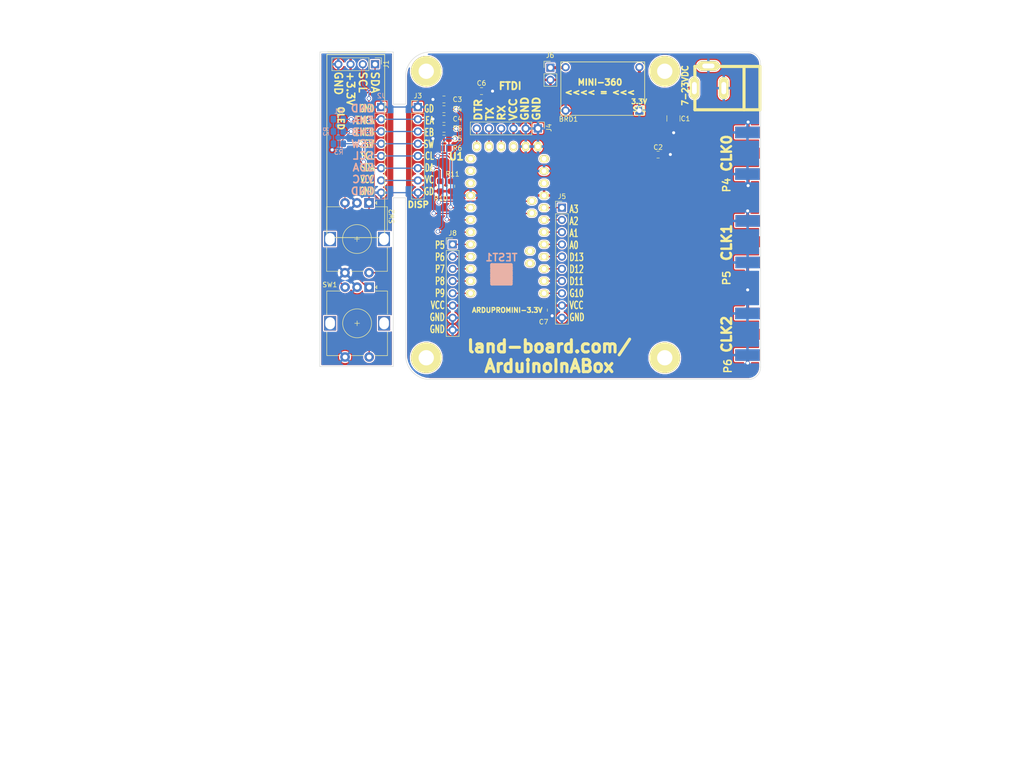
<source format=kicad_pcb>
(kicad_pcb (version 20171130) (host pcbnew "(5.0.2)-1")
  (title_block (title VFO-002) (date 2020-10-18) (rev 1) (company land-boards.com))
  (layers (0 F.Cu signal) (31 B.Cu signal) (36 B.SilkS user) (37 F.SilkS user) (38 B.Mask user) (39 F.Mask user) (44 Edge.Cuts user))
  (net 0 "")
  (net 1 GND)
  (net 2 /STM_TX)
  (net 3 /STM_RX)
  (net 4 +3V3)
  (net 5 /STM_SDA)
  (net 6 /STM_SCL)
  (net 7 "Net-(BRD1-PadIN+)")
  (net 8 /ENCSW)
  (net 9 /ENCB)
  (net 10 /ENCA)
  (net 11 "Net-(BRD1-PadOUT+)")
  (net 12 /STM_DTR)
  (net 13 /A3)
  (net 14 /A2)
  (net 15 /A1)
  (net 16 /D13)
  (net 17 /D12)
  (net 18 /D11)
  (net 19 /D10)
  (net 20 /A0)
  (net 21 /P5)
  (net 22 /P6)
  (net 23 /P7)
  (net 24 /P8)
  (net 25 /P9)
  (net 26 /P2)
  (net 27 /P3)
  (net 28 /P4)
  (module LandBoards_BoardOutlines:MINI-360 (layer F.Cu) (at 163.83 41.656 180)
    (fp_text reference BRD1 (at 15.82 -0.7894) (layer F.SilkS))
    (fp_text value MINI-360)
    (pad OUT+ thru_hole oval (at 16.4 10 180) (size 1.7 1.7) (drill 1) (layers *.Cu *.Mask) (net 11 "Net-(BRD1-PadOUT+)"))
    (pad IN+ thru_hole oval (at 1.1 10 180) (size 1.7 1.7) (drill 1) (layers *.Cu *.Mask) (net 7 "Net-(BRD1-PadIN+)"))
    (pad OUT- thru_hole oval (at 16.4 1 180) (size 1.7 1.7) (drill 1) (layers *.Cu *.Mask) (net 1 GND))
    (pad IN- thru_hole rect (at 1.1 1 180) (size 1.7 1.7) (drill 1) (layers *.Cu *.Mask) (net 1 GND))
  )
  (module Resistor_SMD:R_0805_2012Metric_Pad1.15x1.40mm_HandSolder (layer F.Cu) (at 123.698 56.388 90)
    (fp_text reference R11 (at 2.54 0.254) (layer F.SilkS))
    (fp_text value 10K)
    (pad 2 smd roundrect (at 1.025 0 90) (size 1.15 1.4) (layers F.Cu F.Paste F.Mask) (roundrect_rratio 0.217391) (net 6 /STM_SCL))
    (pad 1 smd roundrect (at -1.025 0 90) (size 1.15 1.4) (layers F.Cu F.Paste F.Mask) (roundrect_rratio 0.217391) (net 4 +3V3))
  )
  (module Connector_PinHeader_2.54mm:PinHeader_1x08_P2.54mm_Vertical (layer F.Cu) (at 116.76 39.93)
    (fp_text reference J3 (at 0 -2.33) (layer F.SilkS))
    (fp_text value Conn_01x08)
    (pad 8 thru_hole oval (at 0 17.78) (size 1.7 1.7) (drill 1) (layers *.Cu *.Mask) (net 1 GND))
    (pad 7 thru_hole oval (at 0 15.24) (size 1.7 1.7) (drill 1) (layers *.Cu *.Mask) (net 4 +3V3))
    (pad 6 thru_hole oval (at 0 12.7) (size 1.7 1.7) (drill 1) (layers *.Cu *.Mask) (net 5 /STM_SDA))
    (pad 5 thru_hole oval (at 0 10.16) (size 1.7 1.7) (drill 1) (layers *.Cu *.Mask) (net 6 /STM_SCL))
    (pad 4 thru_hole oval (at 0 7.62) (size 1.7 1.7) (drill 1) (layers *.Cu *.Mask) (net 8 /ENCSW))
    (pad 3 thru_hole oval (at 0 5.08) (size 1.7 1.7) (drill 1) (layers *.Cu *.Mask) (net 9 /ENCB))
    (pad 2 thru_hole oval (at 0 2.54) (size 1.7 1.7) (drill 1) (layers *.Cu *.Mask) (net 10 /ENCA))
    (pad 1 thru_hole rect (at 0 0) (size 1.7 1.7) (drill 1) (layers *.Cu *.Mask) (net 1 GND))
  )
  (module LandBoards_BoardOutlines:ArduProMini (layer F.Cu) (at 125.1712 44.323)
    (fp_text reference U1 (at -0.4318 5.8928) (layer F.SilkS) (effects (font (size 1.5 1.5) (thickness 0.375))))
    (fp_text value ARDUPROMINI-3.3V (at 10.1346 37.7952) (layer F.SilkS) (effects (font (thickness 0.25))))
    (pad 35 thru_hole oval (at 14.859 28.067) (size 2 1.524) (drill 1) (layers *.Cu *.Mask F.SilkS))
    (pad 34 thru_hole oval (at 14.859 25.527) (size 2 1.524) (drill 1) (layers *.Cu *.Mask F.SilkS))
    (pad 32 thru_hole oval (at 15.24 17.653) (size 2 1.524) (drill 1) (layers *.Cu *.Mask F.SilkS) (net 5 /STM_SDA))
    (pad 31 thru_hole oval (at 15.24 15.113) (size 2 1.524) (drill 1) (layers *.Cu *.Mask F.SilkS) (net 6 /STM_SCL))
    (pad 30 thru_hole oval (at 17.78 34.29) (size 2 1.524) (drill 1) (layers *.Cu *.Mask F.SilkS) (net 19 /D10))
    (pad 29 thru_hole oval (at 17.78 31.75) (size 2 1.524) (drill 1) (layers *.Cu *.Mask F.SilkS) (net 18 /D11))
    (pad 28 thru_hole oval (at 17.78 29.21) (size 2 1.524) (drill 1) (layers *.Cu *.Mask F.SilkS) (net 17 /D12))
    (pad 27 thru_hole oval (at 17.78 26.67) (size 2 1.524) (drill 1) (layers *.Cu *.Mask F.SilkS) (net 16 /D13))
    (pad 26 thru_hole oval (at 17.78 24.13) (size 2 1.524) (drill 1) (layers *.Cu *.Mask F.SilkS) (net 20 /A0))
    (pad 25 thru_hole oval (at 17.78 21.59) (size 2 1.524) (drill 1) (layers *.Cu *.Mask F.SilkS) (net 15 /A1))
    (pad 24 thru_hole oval (at 17.78 19.05) (size 2 1.524) (drill 1) (layers *.Cu *.Mask F.SilkS) (net 14 /A2))
    (pad 23 thru_hole oval (at 17.78 16.51) (size 2 1.524) (drill 1) (layers *.Cu *.Mask F.SilkS) (net 13 /A3))
    (pad 22 thru_hole oval (at 17.78 13.97) (size 2 1.524) (drill 1) (layers *.Cu *.Mask F.SilkS) (net 4 +3V3))
    (pad 21 thru_hole oval (at 17.78 11.43) (size 2 1.524) (drill 1) (layers *.Cu *.Mask F.SilkS))
    (pad 20 thru_hole oval (at 17.78 8.89) (size 2 1.524) (drill 1) (layers *.Cu *.Mask F.SilkS) (net 1 GND))
    (pad 19 thru_hole oval (at 17.78 6.35) (size 2 1.524) (drill 1) (layers *.Cu *.Mask F.SilkS))
    (pad 18 thru_hole oval (at 2.54 34.29) (size 2 1.524) (drill 1) (layers *.Cu *.Mask F.SilkS) (net 25 /P9))
    (pad 17 thru_hole oval (at 2.54 31.75) (size 2 1.524) (drill 1) (layers *.Cu *.Mask F.SilkS) (net 24 /P8))
    (pad 16 thru_hole oval (at 2.54 29.21) (size 2 1.524) (drill 1) (layers *.Cu *.Mask F.SilkS) (net 23 /P7))
    (pad 15 thru_hole oval (at 2.54 26.67) (size 2 1.524) (drill 1) (layers *.Cu *.Mask F.SilkS) (net 22 /P6))
    (pad 14 thru_hole oval (at 2.54 24.13) (size 2 1.524) (drill 1) (layers *.Cu *.Mask F.SilkS) (net 21 /P5))
    (pad 13 thru_hole oval (at 2.54 21.59) (size 2 1.524) (drill 1) (layers *.Cu *.Mask F.SilkS) (net 28 /P4))
    (pad 12 thru_hole oval (at 2.54 19.05) (size 2 1.524) (drill 1) (layers *.Cu *.Mask F.SilkS) (net 27 /P3))
    (pad 11 thru_hole oval (at 2.54 16.51) (size 2 1.524) (drill 1) (layers *.Cu *.Mask F.SilkS) (net 26 /P2))
    (pad 10 thru_hole oval (at 2.54 13.97) (size 2 1.524) (drill 1) (layers *.Cu *.Mask F.SilkS) (net 1 GND))
    (pad 9 thru_hole oval (at 2.54 11.43) (size 2 1.524) (drill 1) (layers *.Cu *.Mask F.SilkS))
    (pad 8 thru_hole oval (at 2.54 8.89) (size 2 1.524) (drill 1) (layers *.Cu *.Mask F.SilkS))
    (pad 7 thru_hole oval (at 2.54 6.35) (size 2 1.524) (drill 1) (layers *.Cu *.Mask F.SilkS))
    (pad 6 thru_hole oval (at 16.51 3.81) (size 1.524 2) (drill 1) (layers *.Cu *.Mask F.SilkS) (net 1 GND))
    (pad 5 thru_hole oval (at 13.97 3.81) (size 1.524 2) (drill 1) (layers *.Cu *.Mask F.SilkS) (net 1 GND))
    (pad 4 thru_hole oval (at 11.43 3.81) (size 1.524 2) (drill 1) (layers *.Cu *.Mask F.SilkS))
    (pad 3 thru_hole oval (at 8.89 3.81) (size 1.524 2) (drill 1) (layers *.Cu *.Mask F.SilkS) (net 3 /STM_RX))
    (pad 2 thru_hole oval (at 6.35 3.81) (size 1.524 2) (drill 1) (layers *.Cu *.Mask F.SilkS) (net 2 /STM_TX))
    (pad 1 thru_hole oval (at 3.81 3.81) (size 1.524 2) (drill 1) (layers *.Cu *.Mask F.SilkS) (net 12 /STM_DTR))
  )
  (module Connector_PinHeader_2.54mm:PinHeader_1x06_P2.54mm_Vertical (layer F.Cu) (at 141.6812 44.3738 270)
    (fp_text reference J4 (at -0.1524 -2.286 90) (layer F.SilkS))
    (fp_text value Conn_01x06)
    (pad 6 thru_hole oval (at 0 12.7 270) (size 1.7 1.7) (drill 1) (layers *.Cu *.Mask) (net 12 /STM_DTR))
    (pad 5 thru_hole oval (at 0 10.16 270) (size 1.7 1.7) (drill 1) (layers *.Cu *.Mask) (net 2 /STM_TX))
    (pad 4 thru_hole oval (at 0 7.62 270) (size 1.7 1.7) (drill 1) (layers *.Cu *.Mask) (net 3 /STM_RX))
    (pad 3 thru_hole oval (at 0 5.08 270) (size 1.7 1.7) (drill 1) (layers *.Cu *.Mask) (net 4 +3V3))
    (pad 2 thru_hole oval (at 0 2.54 270) (size 1.7 1.7) (drill 1) (layers *.Cu *.Mask) (net 1 GND))
    (pad 1 thru_hole rect (at 0 0 270) (size 1.7 1.7) (drill 1) (layers *.Cu *.Mask) (net 1 GND))
  )
  (module LandBoards_BoardOutlines:OLED-091in (layer F.Cu) (at 107.87 31.04 270)
    (fp_text reference J1 (at 0 -2.33 90) (layer F.SilkS))
    (fp_text value OLED_I2C)
    (pad 4 thru_hole oval (at 0 7.62 270) (size 1.7 1.7) (drill 1) (layers *.Cu *.Mask) (net 1 GND))
    (pad 3 thru_hole oval (at 0 5.08 270) (size 1.7 1.7) (drill 1) (layers *.Cu *.Mask) (net 4 +3V3))
    (pad 2 thru_hole oval (at 0 2.54 270) (size 1.7 1.7) (drill 1) (layers *.Cu *.Mask) (net 6 /STM_SCL))
    (pad 1 thru_hole rect (at 0 0 270) (size 1.7 1.7) (drill 1) (layers *.Cu *.Mask) (net 5 /STM_SDA))
  )
  (module Rotary_Encoder:RotaryEncoder_Alps_EC12E-Switch_Vertical_H20mm (layer F.Cu) (at 106.6254 59.8436 270)
    (fp_text reference SW2 (at 2.8 -4.7 90) (layer F.SilkS))
    (fp_text value Rotary_Encoder_Switch)
    (pad S2 thru_hole circle (at 14.5 5 270) (size 2 2) (drill 1) (layers *.Cu *.Mask) (net 1 GND))
    (pad S1 thru_hole circle (at 14.5 0 270) (size 2 2) (drill 1) (layers *.Cu *.Mask) (net 8 /ENCSW))
    (pad MP thru_hole rect (at 7.5 8.1 270) (size 3 2.5) (drill oval 2.5 2) (layers *.Cu *.Mask))
    (pad MP thru_hole rect (at 7.5 -3.1 270) (size 3 2.5) (drill oval 2.5 2) (layers *.Cu *.Mask))
    (pad B thru_hole circle (at 0 5 270) (size 2 2) (drill 1) (layers *.Cu *.Mask) (net 9 /ENCB))
    (pad C thru_hole circle (at 0 2.5 270) (size 2 2) (drill 1) (layers *.Cu *.Mask) (net 1 GND))
    (pad A thru_hole rect (at 0 0 270) (size 2 2) (drill 1) (layers *.Cu *.Mask) (net 10 /ENCA))
  )
  (module Connector_PinHeader_2.54mm:PinHeader_1x08_P2.54mm_Vertical (layer B.Cu) (at 109.14 39.93 180)
    (fp_text reference J2 (at 0 2.33) (layer B.SilkS) (effects (justify mirror)))
    (fp_text value Conn_01x08)
    (pad 8 thru_hole oval (at 0 -17.78 180) (size 1.7 1.7) (drill 1) (layers *.Cu *.Mask) (net 1 GND))
    (pad 7 thru_hole oval (at 0 -15.24 180) (size 1.7 1.7) (drill 1) (layers *.Cu *.Mask) (net 4 +3V3))
    (pad 6 thru_hole oval (at 0 -12.7 180) (size 1.7 1.7) (drill 1) (layers *.Cu *.Mask) (net 5 /STM_SDA))
    (pad 5 thru_hole oval (at 0 -10.16 180) (size 1.7 1.7) (drill 1) (layers *.Cu *.Mask) (net 6 /STM_SCL))
    (pad 4 thru_hole oval (at 0 -7.62 180) (size 1.7 1.7) (drill 1) (layers *.Cu *.Mask) (net 8 /ENCSW))
    (pad 3 thru_hole oval (at 0 -5.08 180) (size 1.7 1.7) (drill 1) (layers *.Cu *.Mask) (net 9 /ENCB))
    (pad 2 thru_hole oval (at 0 -2.54 180) (size 1.7 1.7) (drill 1) (layers *.Cu *.Mask) (net 10 /ENCA))
    (pad 1 thru_hole rect (at 0 0 180) (size 1.7 1.7) (drill 1) (layers *.Cu *.Mask) (net 1 GND))
  )
  (module LandBoards_Conns:DCJ-NEW-Slotted (layer F.Cu) (at 180.25 36 180)
    (fp_text reference J99 hide)
    (fp_text value DCJ0202 hide)
    (pad 3 thru_hole oval (at 3.2 4.6 180) (size 4.6 2) (drill oval 2.54 1) (layers *.Cu *.Mask F.SilkS) (net 1 GND))
    (pad 1 thru_hole oval (at 6.1 0 180) (size 2 4.6) (drill oval 1 2.54) (layers *.Cu *.Mask F.SilkS) (net 7 "Net-(BRD1-PadIN+)"))
    (pad 2 thru_hole oval (at 0 0 180) (size 2 4.6) (drill oval 1 2.54) (layers *.Cu *.Mask F.SilkS) (net 1 GND))
  )
  (module Resistor_SMD:R_0805_2012Metric_Pad1.15x1.40mm_HandSolder (layer B.Cu) (at 100.25 45.01)
    (fp_text reference R2 (at -2.54 0 90) (layer B.SilkS) (effects (justify mirror)))
    (fp_text value 10K)
    (pad 2 smd roundrect (at 1.025 0) (size 1.15 1.4) (layers B.Cu B.Paste B.Mask) (roundrect_rratio 0.217391) (net 9 /ENCB))
    (pad 1 smd roundrect (at -1.025 0) (size 1.15 1.4) (layers B.Cu B.Paste B.Mask) (roundrect_rratio 0.217391) (net 4 +3V3))
  )
  (module Resistor_SMD:R_0805_2012Metric_Pad1.15x1.40mm_HandSolder (layer B.Cu) (at 100.25 42.47)
    (fp_text reference R1 (at 0.09 -1.67) (layer B.SilkS) (effects (justify mirror)))
    (fp_text value 10K)
    (pad 2 smd roundrect (at 1.025 0) (size 1.15 1.4) (layers B.Cu B.Paste B.Mask) (roundrect_rratio 0.217391) (net 10 /ENCA))
    (pad 1 smd roundrect (at -1.025 0) (size 1.15 1.4) (layers B.Cu B.Paste B.Mask) (roundrect_rratio 0.217391) (net 4 +3V3))
  )
  (module Resistor_SMD:R_0805_2012Metric_Pad1.15x1.40mm_HandSolder (layer B.Cu) (at 100.25 47.55)
    (fp_text reference R3 (at 0.09 1.75) (layer B.SilkS) (effects (justify mirror)))
    (fp_text value 10K)
    (pad 2 smd roundrect (at 1.025 0) (size 1.15 1.4) (layers B.Cu B.Paste B.Mask) (roundrect_rratio 0.217391) (net 8 /ENCSW))
    (pad 1 smd roundrect (at -1.025 0) (size 1.15 1.4) (layers B.Cu B.Paste B.Mask) (roundrect_rratio 0.217391) (net 4 +3V3))
  )
  (module Resistor_SMD:R_0805_2012Metric_Pad1.15x1.40mm_HandSolder (layer F.Cu) (at 121.412 56.388 90)
    (fp_text reference R10 (at -2.54 0.08 180) (layer F.SilkS))
    (fp_text value 10K)
    (pad 2 smd roundrect (at 1.025 0 90) (size 1.15 1.4) (layers F.Cu F.Paste F.Mask) (roundrect_rratio 0.217391) (net 5 /STM_SDA))
    (pad 1 smd roundrect (at -1.025 0 90) (size 1.15 1.4) (layers F.Cu F.Paste F.Mask) (roundrect_rratio 0.217391) (net 4 +3V3))
  )
  (module Rotary_Encoder:RotaryEncoder_Alps_EC12E-Switch_Vertical_H20mm (layer F.Cu) (at 106.6508 77.3442 270)
    (fp_text reference SW1 (at -0.514 8.168 180) (layer F.SilkS))
    (fp_text value Rotary_Encoder_Switch)
    (pad A thru_hole rect (at 0 0 270) (size 2 2) (drill 1) (layers *.Cu *.Mask) (net 10 /ENCA))
    (pad C thru_hole circle (at 0 2.5 270) (size 2 2) (drill 1) (layers *.Cu *.Mask) (net 1 GND))
    (pad B thru_hole circle (at 0 5 270) (size 2 2) (drill 1) (layers *.Cu *.Mask) (net 9 /ENCB))
    (pad MP thru_hole rect (at 7.5 -3.1 270) (size 3 2.5) (drill oval 2.5 2) (layers *.Cu *.Mask))
    (pad MP thru_hole rect (at 7.5 8.1 270) (size 3 2.5) (drill oval 2.5 2) (layers *.Cu *.Mask))
    (pad S1 thru_hole circle (at 14.5 0 270) (size 2 2) (drill 1) (layers *.Cu *.Mask) (net 8 /ENCSW))
    (pad S2 thru_hole circle (at 14.5 5 270) (size 2 2) (drill 1) (layers *.Cu *.Mask) (net 1 GND))
  )
  (module LandBoards_Marking:TEST_BLK-REAR (layer F.Cu) (at 134.112 74.676)
    (fp_text reference TEST1 (at 0 -3.5) (layer B.SilkS) (effects (font (size 1.524 1.524) (thickness 0.3048)) (justify mirror)))
    (fp_text value COUPON hide)
  )
  (module LandBoards_MountHoles:MTG-4-40 (layer F.Cu) (at 168 32.5)
    (fp_text reference MTG1 hide)
    (fp_text value MTG_HOLE hide)
    (pad 1 thru_hole circle (at 0 0) (size 6.35 6.35) (drill 3.175) (layers *.Cu *.Mask F.SilkS))
  )
  (module LandBoards_MountHoles:MTG-4-40 (layer F.Cu) (at 118.5 92)
    (fp_text reference MTG2 hide)
    (fp_text value MTG_HOLE hide)
    (pad 1 thru_hole circle (at 0 0) (size 6.35 6.35) (drill 3.175) (layers *.Cu *.Mask F.SilkS))
  )
  (module LandBoards_MountHoles:MTG-4-40 (layer F.Cu) (at 168 92)
    (fp_text reference MTG3 hide)
    (fp_text value MTG_HOLE hide)
    (pad 1 thru_hole circle (at 0 0) (size 6.35 6.35) (drill 3.175) (layers *.Cu *.Mask F.SilkS))
  )
  (module LandBoards_MountHoles:MTG-4-40 (layer F.Cu) (at 118.5 32.5)
    (fp_text reference MTG4 hide)
    (fp_text value MTG_HOLE hide)
    (pad 1 thru_hole circle (at 0 0) (size 6.35 6.35) (drill 3.175) (layers *.Cu *.Mask F.SilkS))
  )
  (module Capacitor_SMD:C_0805_2012Metric_Pad1.15x1.40mm_HandSolder (layer F.Cu) (at 166.6202 49.8152)
    (fp_text reference C2 (at 0 -1.524) (layer F.SilkS))
    (fp_text value 0.1uF)
    (pad 2 smd roundrect (at 1.025 0) (size 1.15 1.4) (layers F.Cu F.Paste F.Mask) (roundrect_rratio 0.217391) (net 1 GND))
    (pad 1 smd roundrect (at -1.025 0) (size 1.15 1.4) (layers F.Cu F.Paste F.Mask) (roundrect_rratio 0.217391) (net 4 +3V3))
  )
  (module Capacitor_SMD:C_0805_2012Metric_Pad1.15x1.40mm_HandSolder (layer F.Cu) (at 142.928158 82.104804 270)
    (fp_text reference C7 (at 2.448 0.074) (layer F.SilkS))
    (fp_text value 0.1uF)
    (pad 2 smd roundrect (at 1.025 0 270) (size 1.15 1.4) (layers F.Cu F.Paste F.Mask) (roundrect_rratio 0.217391) (net 1 GND))
    (pad 1 smd roundrect (at -1.025 0 270) (size 1.15 1.4) (layers F.Cu F.Paste F.Mask) (roundrect_rratio 0.217391) (net 4 +3V3))
  )
  (module Capacitor_SMD:C_0805_2012Metric_Pad1.15x1.40mm_HandSolder (layer F.Cu) (at 129.968 36.628)
    (fp_text reference C6 (at 0 -1.65) (layer F.SilkS))
    (fp_text value 0.1uF)
    (pad 2 smd roundrect (at 1.025 0) (size 1.15 1.4) (layers F.Cu F.Paste F.Mask) (roundrect_rratio 0.217391) (net 1 GND))
    (pad 1 smd roundrect (at -1.025 0) (size 1.15 1.4) (layers F.Cu F.Paste F.Mask) (roundrect_rratio 0.217391) (net 4 +3V3))
  )
  (module Capacitor_SMD:C_1210_3225Metric_Pad1.42x2.65mm_HandSolder (layer F.Cu) (at 169.8 42.3 270)
    (fp_text reference C1 (at 0.05 -2.5 180) (layer F.SilkS))
    (fp_text value 10uF)
    (pad 2 smd roundrect (at 1.4875 0 270) (size 1.425 2.65) (layers F.Cu F.Paste F.Mask) (roundrect_rratio 0.175439) (net 1 GND))
    (pad 1 smd roundrect (at -1.4875 0 270) (size 1.425 2.65) (layers F.Cu F.Paste F.Mask) (roundrect_rratio 0.175439) (net 4 +3V3))
  )
  (module Connector_PinHeader_2.54mm:PinHeader_1x02_P2.54mm_Vertical (layer F.Cu) (at 144.272 31.75)
    (fp_text reference J6 (at -0.0724 -2.5412) (layer F.SilkS))
    (fp_text value Conn_01x02)
    (pad 2 thru_hole oval (at 0 2.54) (size 1.7 1.7) (drill 1) (layers *.Cu *.Mask) (net 4 +3V3))
    (pad 1 thru_hole rect (at 0 0) (size 1.7 1.7) (drill 1) (layers *.Cu *.Mask) (net 11 "Net-(BRD1-PadOUT+)"))
  )
  (module Capacitor_SMD:C_0805_2012Metric_Pad1.15x1.40mm_HandSolder (layer F.Cu) (at 122.174 38.354 180)
    (fp_text reference C3 (at -2.794 0) (layer F.SilkS))
    (fp_text value 0.1uF)
    (pad 2 smd roundrect (at 1.025 0 180) (size 1.15 1.4) (layers F.Cu F.Paste F.Mask) (roundrect_rratio 0.217391) (net 1 GND))
    (pad 1 smd roundrect (at -1.025 0 180) (size 1.15 1.4) (layers F.Cu F.Paste F.Mask) (roundrect_rratio 0.217391) (net 26 /P2))
  )
  (module Capacitor_SMD:C_0805_2012Metric_Pad1.15x1.40mm_HandSolder (layer F.Cu) (at 122.174 42.418 180)
    (fp_text reference C4 (at -2.794 0) (layer F.SilkS))
    (fp_text value 0.1uF)
    (pad 1 smd roundrect (at -1.025 0 180) (size 1.15 1.4) (layers F.Cu F.Paste F.Mask) (roundrect_rratio 0.217391) (net 27 /P3))
    (pad 2 smd roundrect (at 1.025 0 180) (size 1.15 1.4) (layers F.Cu F.Paste F.Mask) (roundrect_rratio 0.217391) (net 1 GND))
  )
  (module Capacitor_SMD:C_0805_2012Metric_Pad1.15x1.40mm_HandSolder (layer F.Cu) (at 122.174 46.482 180)
    (fp_text reference C5 (at -2.794 0 180) (layer F.SilkS))
    (fp_text value 0.1uF)
    (pad 1 smd roundrect (at -1.025 0 180) (size 1.15 1.4) (layers F.Cu F.Paste F.Mask) (roundrect_rratio 0.217391) (net 28 /P4))
    (pad 2 smd roundrect (at 1.025 0 180) (size 1.15 1.4) (layers F.Cu F.Paste F.Mask) (roundrect_rratio 0.217391) (net 1 GND))
  )
  (module Resistor_SMD:R_0805_2012Metric_Pad1.15x1.40mm_HandSolder (layer F.Cu) (at 122.174 40.386 180)
    (fp_text reference R4 (at -2.794 0) (layer F.SilkS))
    (fp_text value 1K)
    (pad 2 smd roundrect (at 1.025 0 180) (size 1.15 1.4) (layers F.Cu F.Paste F.Mask) (roundrect_rratio 0.217391) (net 10 /ENCA))
    (pad 1 smd roundrect (at -1.025 0 180) (size 1.15 1.4) (layers F.Cu F.Paste F.Mask) (roundrect_rratio 0.217391) (net 26 /P2))
  )
  (module Resistor_SMD:R_0805_2012Metric_Pad1.15x1.40mm_HandSolder (layer F.Cu) (at 122.174 44.45 180)
    (fp_text reference R5 (at -2.794 0.052) (layer F.SilkS))
    (fp_text value 1K)
    (pad 1 smd roundrect (at -1.025 0 180) (size 1.15 1.4) (layers F.Cu F.Paste F.Mask) (roundrect_rratio 0.217391) (net 27 /P3))
    (pad 2 smd roundrect (at 1.025 0 180) (size 1.15 1.4) (layers F.Cu F.Paste F.Mask) (roundrect_rratio 0.217391) (net 9 /ENCB))
  )
  (module Resistor_SMD:R_0805_2012Metric_Pad1.15x1.40mm_HandSolder (layer F.Cu) (at 122.174 48.514 180)
    (fp_text reference R6 (at -2.794 0.052) (layer F.SilkS))
    (fp_text value 1K)
    (pad 1 smd roundrect (at -1.025 0 180) (size 1.15 1.4) (layers F.Cu F.Paste F.Mask) (roundrect_rratio 0.217391) (net 28 /P4))
    (pad 2 smd roundrect (at 1.025 0 180) (size 1.15 1.4) (layers F.Cu F.Paste F.Mask) (roundrect_rratio 0.217391) (net 8 /ENCSW))
  )
  (module Connector_PinHeader_2.54mm:PinHeader_1x10_P2.54mm_Vertical (layer F.Cu) (at 146.6596 60.833)
    (fp_text reference J5 (at 0 -2.33) (layer F.SilkS))
    (fp_text value Conn_01x10)
    (pad 1 thru_hole rect (at 0 0) (size 1.7 1.7) (drill 1) (layers *.Cu *.Mask) (net 13 /A3))
    (pad 2 thru_hole oval (at 0 2.54) (size 1.7 1.7) (drill 1) (layers *.Cu *.Mask) (net 14 /A2))
    (pad 3 thru_hole oval (at 0 5.08) (size 1.7 1.7) (drill 1) (layers *.Cu *.Mask) (net 15 /A1))
    (pad 4 thru_hole oval (at 0 7.62) (size 1.7 1.7) (drill 1) (layers *.Cu *.Mask) (net 20 /A0))
    (pad 5 thru_hole oval (at 0 10.16) (size 1.7 1.7) (drill 1) (layers *.Cu *.Mask) (net 16 /D13))
    (pad 6 thru_hole oval (at 0 12.7) (size 1.7 1.7) (drill 1) (layers *.Cu *.Mask) (net 17 /D12))
    (pad 7 thru_hole oval (at 0 15.24) (size 1.7 1.7) (drill 1) (layers *.Cu *.Mask) (net 18 /D11))
    (pad 8 thru_hole oval (at 0 17.78) (size 1.7 1.7) (drill 1) (layers *.Cu *.Mask) (net 19 /D10))
    (pad 9 thru_hole oval (at 0 20.32) (size 1.7 1.7) (drill 1) (layers *.Cu *.Mask) (net 4 +3V3))
    (pad 10 thru_hole oval (at 0 22.86) (size 1.7 1.7) (drill 1) (layers *.Cu *.Mask) (net 1 GND))
  )
  (module Connector_PinHeader_2.54mm:PinHeader_1x08_P2.54mm_Vertical (layer F.Cu) (at 123.9774 68.453)
    (fp_text reference J8 (at 0 -2.33) (layer F.SilkS))
    (fp_text value Conn_01x08)
    (pad 1 thru_hole rect (at 0 0) (size 1.7 1.7) (drill 1) (layers *.Cu *.Mask) (net 21 /P5))
    (pad 2 thru_hole oval (at 0 2.54) (size 1.7 1.7) (drill 1) (layers *.Cu *.Mask) (net 22 /P6))
    (pad 3 thru_hole oval (at 0 5.08) (size 1.7 1.7) (drill 1) (layers *.Cu *.Mask) (net 23 /P7))
    (pad 4 thru_hole oval (at 0 7.62) (size 1.7 1.7) (drill 1) (layers *.Cu *.Mask) (net 24 /P8))
    (pad 5 thru_hole oval (at 0 10.16) (size 1.7 1.7) (drill 1) (layers *.Cu *.Mask) (net 25 /P9))
    (pad 6 thru_hole oval (at 0 12.7) (size 1.7 1.7) (drill 1) (layers *.Cu *.Mask) (net 4 +3V3))
    (pad 7 thru_hole oval (at 0 15.24) (size 1.7 1.7) (drill 1) (layers *.Cu *.Mask) (net 1 GND))
    (pad 8 thru_hole oval (at 0 17.78) (size 1.7 1.7) (drill 1) (layers *.Cu *.Mask) (net 1 GND))
  )
  (module LandBoards_Conns:SMA_EDGE (layer F.Cu) (at 185.166 49.53)
    (fp_text reference P4 (at -4.318 6.604 90) (layer F.SilkS) (effects (font (size 1.524 1.524) (thickness 0.3048))))
    (fp_text value BNC hide)
    (pad 1 smd rect (at 0 0) (size 5.08 2.286) (layers F.Cu F.Paste F.Mask))
    (pad 2 smd rect (at 0 -4.318) (size 5.08 2.413) (layers F.Cu F.Paste F.Mask) (net 1 GND))
    (pad 2 smd rect (at 0 4.318) (size 5.08 2.413) (layers F.Cu F.Paste F.Mask) (net 1 GND))
    (pad 2 smd rect (at 0 -4.318) (size 5.08 2.413) (layers B.Cu B.Paste B.Mask) (net 1 GND))
    (pad 2 smd rect (at 0 4.318) (size 5.08 2.413) (layers B.Cu B.Paste B.Mask) (net 1 GND))
  )
  (module LandBoards_Conns:SMA_EDGE (layer F.Cu) (at 185.2 67.9)
    (fp_text reference P5 (at -4.352 7.538 90) (layer F.SilkS) (effects (font (size 1.524 1.524) (thickness 0.3048))))
    (fp_text value BNC hide)
    (pad 2 smd rect (at 0 4.318) (size 5.08 2.413) (layers B.Cu B.Paste B.Mask) (net 1 GND))
    (pad 2 smd rect (at 0 -4.318) (size 5.08 2.413) (layers B.Cu B.Paste B.Mask) (net 1 GND))
    (pad 2 smd rect (at 0 4.318) (size 5.08 2.413) (layers F.Cu F.Paste F.Mask) (net 1 GND))
    (pad 2 smd rect (at 0 -4.318) (size 5.08 2.413) (layers F.Cu F.Paste F.Mask) (net 1 GND))
    (pad 1 smd rect (at 0 0) (size 5.08 2.286) (layers F.Cu F.Paste F.Mask))
  )
  (module LandBoards_Conns:SMA_EDGE (layer F.Cu) (at 185.166 87.122)
    (fp_text reference P6 (at -4.064 6.604 90) (layer F.SilkS) (effects (font (size 1.524 1.524) (thickness 0.3048))))
    (fp_text value BNC hide)
    (pad 1 smd rect (at 0 0) (size 5.08 2.286) (layers F.Cu F.Paste F.Mask))
    (pad 2 smd rect (at 0 -4.318) (size 5.08 2.413) (layers F.Cu F.Paste F.Mask) (net 1 GND))
    (pad 2 smd rect (at 0 4.318) (size 5.08 2.413) (layers F.Cu F.Paste F.Mask) (net 1 GND))
    (pad 2 smd rect (at 0 -4.318) (size 5.08 2.413) (layers B.Cu B.Paste B.Mask) (net 1 GND))
    (pad 2 smd rect (at 0 4.318) (size 5.08 2.413) (layers B.Cu B.Paste B.Mask) (net 1 GND))
  )
  (gr_text "DTR\nTX\nRX\nVCC\nGND\nGND" (at 135.3312 42.9514 90) (layer F.SilkS) (effects (font (size 1.5 1.6) (thickness 0.375)) (justify left)))
  (gr_text "P5\nP6\nP7\nP8\nP9\nVCC\nGND\nGND" (at 122.4788 77.343) (layer F.SilkS) (effects (font (size 1.55 1) (thickness 0.25)) (justify right)))
  (gr_text "A3\nA2\nA1\nA0\nD13\nD12\nD11\nG10\nVCC\nGND" (at 148.082 72.3646) (layer F.SilkS) (effects (font (size 1.55 1) (thickness 0.25)) (justify left)))
  (gr_text DISP (at 116.84 60.198) (layer F.SilkS) (effects (font (size 1.27 1.27) (thickness 0.3175))))
  (gr_text "GD\nEA\nEB\nSW\nCL\nDA\nVC\nGD" (at 120.2398 48.8708) (layer F.SilkS) (effects (font (size 1.524 1) (thickness 0.25)) (justify right)))
  (gr_text "3.3V\nSEL" (at 162.687 39.5986) (layer F.SilkS) (effects (font (size 1 1) (thickness 0.25))))
  (gr_text OLED (at 100.758 42.2668 270) (layer F.SilkS) (effects (font (size 1.27 1.27) (thickness 0.3175))))
  (gr_text "GND\nENA\nENB\nESW\nSCL\nSDA\nVCC\nGND" (at 107.87 48.82) (layer B.SilkS) (effects (font (size 1.524 1.5748) (thickness 0.3175)) (justify left mirror)))
  (gr_text 7-23VDC (at 172.2374 35.4584 90) (layer F.SilkS) (effects (font (size 1.27 1.2) (thickness 0.3))))
  (gr_text CLK2 (at 180.848 87.122 90) (layer F.SilkS) (effects (font (size 2 2) (thickness 0.5))))
  (gr_text CLK1 (at 180.848 68.072 90) (layer F.SilkS) (effects (font (size 2 2) (thickness 0.5))))
  (gr_text CLK0 (at 180.848 49.53 90) (layer F.SilkS) (effects (font (size 2 2) (thickness 0.5))))
  (gr_line (start 98.04 28.5) (end 110.04 28.5) (layer F.SilkS) (width 0.15))
  (gr_text "GND\nENCA\nENCB\nESW\nSCL\nSDA\nVCC\nGND" (at 107.87 48.82) (layer F.SilkS) (effects (font (size 1.524 1) (thickness 0.25)) (justify right)))
  (gr_line (start 114.22 91.42) (end 114.195 58.7768) (layer Edge.Cuts) (width 0.1))
  (gr_text "SDA\nSCL\n+3.3V\nGND" (at 104.06 32.4 270) (layer F.SilkS) (effects (font (size 1.5748 1.5748) (thickness 0.3175)) (justify left)))
  (gr_text "MINI-360\n<<<< = <<<" (at 154.55 35.814) (layer F.SilkS) (effects (font (size 1.27 1.27) (thickness 0.3175))))
  (gr_text FTDI (at 135.9154 35.56) (layer F.SilkS) (effects (font (size 1.5 1.5) (thickness 0.375))))
  (gr_text "land-board.com/\nArduinoInABox" (at 144.018 91.694) (layer F.SilkS) (effects (font (size 2.54 2.54) (thickness 0.635))))
  (gr_line (start 187.88 93.96) (end 187.88 31.04) (layer Edge.Cuts) (width 0.1))
  (gr_line (start 185.34 28.5) (end 119.3 28.5) (layer Edge.Cuts) (width 0.1))
  (gr_line (start 114.22 33.58) (end 114.22 39.3204) (layer Edge.Cuts) (width 0.1))
  (gr_line (start 119.3 96.5) (end 185.34 96.5) (layer Edge.Cuts) (width 0.1))
  (gr_arc (start 185.34 93.96) (end 185.34 96.5) (angle -90) (layer Edge.Cuts) (width 0.1))
  (gr_arc (start 185.34 31.04) (end 187.88 31.04) (angle -90) (layer Edge.Cuts) (width 0.1))
  (gr_arc (start 119.3 33.58) (end 119.3 28.5) (angle -90) (layer Edge.Cuts) (width 0.1))
  (gr_arc (start 119.3 91.42) (end 114.22 91.42) (angle -90) (layer Edge.Cuts) (width 0.1))
  (gr_line (start 96.4146 93.8288) (end 96.44 28.5) (layer Edge.Cuts) (width 0.1))
  (gr_line (start 111.6546 93.8288) (end 96.4146 93.8288) (layer Edge.Cuts) (width 0.1))
  (gr_line (start 111.68 58.7768) (end 111.6546 93.8288) (layer Edge.Cuts) (width 0.1))
  (gr_line (start 114.1946 58.7768) (end 111.6796 58.7768) (layer Edge.Cuts) (width 0.1))
  (gr_line (start 111.68 39.3204) (end 114.22 39.3204) (layer Edge.Cuts) (width 0.1))
  (gr_line (start 111.68 28.5) (end 111.68 39.3204) (layer Edge.Cuts) (width 0.1))
  (gr_line (start 96.44 28.5) (end 111.68 28.5) (layer Edge.Cuts) (width 0.1))
  (segment (start 184.45099 67.755761) (end 184.753375 67.453376) (width 0.635) (layer F.Cu) (net 0))
  (segment (start 184.45099 67.9) (end 184.45099 67.755761) (width 0.635) (layer F.Cu) (net 0))
  (segment (start 185.1 68) (end 185.2 67.9) (width 0.635) (layer F.Cu) (net 0))
  (segment (start 128.397 66.0146) (end 128.3462 65.9638) (width 0.254) (layer F.Cu) (net 28))
  (segment (start 185.34 45.544) (end 185.086 45.544) (width 0.635) (layer F.Cu) (net 1))
  (segment (start 185.2 72.218) (end 185.2 77.9) (width 0.635) (layer F.Cu) (net 1))
  (segment (start 185.2 77.9) (end 185.2 82.382) (width 0.635) (layer F.Cu) (net 1))
  (via (at 185.2 77.9) (size 0.889) (drill 0.635) (layers F.Cu B.Cu) (net 1))
  (via (at 185.2 93.1) (size 0.889) (drill 0.635) (layers F.Cu B.Cu) (net 1))
  (segment (start 185.2 91.018) (end 185.2 93.1) (width 0.635) (layer F.Cu) (net 1))
  (via (at 185.3 43.05) (size 0.889) (drill 0.635) (layers F.Cu B.Cu) (net 1))
  (segment (start 185.3 45.132) (end 185.3 43.05) (width 0.635) (layer F.Cu) (net 1))
  (via (at 185.3 56.25) (size 0.889) (drill 0.635) (layers F.Cu B.Cu) (net 1))
  (segment (start 185.3 53.768) (end 185.3 56.25) (width 0.635) (layer F.Cu) (net 1))
  (via (at 185.2 61.5) (size 0.889) (drill 0.635) (layers F.Cu B.Cu) (net 1))
  (segment (start 185.2 63.582) (end 185.2 61.5) (width 0.635) (layer F.Cu) (net 1))
  (via (at 169.1602 49.7852) (size 0.889) (drill 0.635) (layers F.Cu B.Cu) (net 1))
  (segment (start 167.6452 49.8152) (end 169.1302 49.8152) (width 0.254) (layer F.Cu) (net 1))
  (segment (start 169.1302 49.8152) (end 169.1602 49.7852) (width 0.254) (layer F.Cu) (net 1))
  (via (at 169.846 45.264) (size 0.889) (drill 0.635) (layers F.Cu B.Cu) (net 1))
  (segment (start 169.8 43.7875) (end 169.8 45.218) (width 0.254) (layer F.Cu) (net 1))
  (segment (start 169.8 45.218) (end 169.846 45.264) (width 0.254) (layer F.Cu) (net 1))
  (via (at 132.254 36.628) (size 0.889) (drill 0.635) (layers F.Cu B.Cu) (net 1))
  (segment (start 130.993 36.628) (end 132.254 36.628) (width 0.254) (layer F.Cu) (net 1))
  (via (at 144.632158 83.282804) (size 0.889) (drill 0.635) (layers F.Cu B.Cu) (net 1))
  (segment (start 144.479158 83.129804) (end 144.632158 83.282804) (width 0.1524) (layer F.Cu) (net 1))
  (segment (start 142.928158 83.129804) (end 144.479158 83.129804) (width 0.1524) (layer F.Cu) (net 1))
  (segment (start 144.632158 83.282804) (end 144.531158 83.129804) (width 0.254) (layer F.Cu) (net 1))
  (segment (start 109.14 57.71) (end 116.76 57.71) (width 0.254) (layer B.Cu) (net 1))
  (segment (start 109.14 39.93) (end 116.76 39.93) (width 0.254) (layer B.Cu) (net 1))
  (via (at 119.888 46.482) (size 0.889) (drill 0.635) (layers F.Cu B.Cu) (net 1))
  (segment (start 121.149 46.482) (end 119.888 46.482) (width 0.254) (layer F.Cu) (net 1))
  (via (at 119.888 42.418) (size 0.889) (drill 0.635) (layers F.Cu B.Cu) (net 1))
  (segment (start 121.149 42.418) (end 119.888 42.418) (width 0.254) (layer F.Cu) (net 1))
  (via (at 119.888 38.354) (size 0.889) (drill 0.635) (layers F.Cu B.Cu) (net 1))
  (segment (start 121.149 38.354) (end 119.888 38.354) (width 0.254) (layer F.Cu) (net 1))
  (segment (start 131.5212 48.133) (end 131.5212 44.3738) (width 0.254) (layer F.Cu) (net 2))
  (segment (start 134.0612 48.133) (end 134.0612 44.3738) (width 0.254) (layer F.Cu) (net 3))
  (segment (start 99.225 42.47) (end 99.225 45.01) (width 0.254) (layer B.Cu) (net 4))
  (segment (start 99.225 45.01) (end 99.225 47.55) (width 0.254) (layer B.Cu) (net 4))
  (segment (start 99.225 47.55) (end 99.225 48.575) (width 0.254) (layer B.Cu) (net 4))
  (segment (start 99.225 48.575) (end 98.98 48.82) (width 0.254) (layer B.Cu) (net 4))
  (via (at 98.98 48.82) (size 0.889) (drill 0.635) (layers F.Cu B.Cu) (net 4))
  (segment (start 109.14 55.17) (end 116.76 55.17) (width 0.254) (layer B.Cu) (net 4))
  (segment (start 109.14 52.63) (end 107.937919 52.63) (width 0.254) (layer F.Cu) (net 5))
  (segment (start 107.87 35.358) (end 107.87 31.04) (width 0.254) (layer F.Cu) (net 5))
  (segment (start 105.584 37.644) (end 107.87 35.358) (width 0.254) (layer F.Cu) (net 5))
  (segment (start 109.14 52.63) (end 116.76 52.63) (width 0.254) (layer B.Cu) (net 5))
  (segment (start 105.584 50.276081) (end 105.584 37.644) (width 0.1524) (layer F.Cu) (net 5))
  (segment (start 107.937919 52.63) (end 105.584 50.276081) (width 0.1524) (layer F.Cu) (net 5))
  (via (at 119.9388 52.6542) (size 0.889) (drill 0.635) (layers F.Cu B.Cu) (net 5))
  (segment (start 120.0404 52.7558) (end 119.9388 52.6542) (width 0.254) (layer B.Cu) (net 5))
  (segment (start 116.7842 52.6542) (end 116.76 52.63) (width 0.254) (layer F.Cu) (net 5))
  (segment (start 119.9388 52.6542) (end 116.7842 52.6542) (width 0.254) (layer F.Cu) (net 5))
  (segment (start 140.6652 62.0268) (end 120.0658 62.0268) (width 0.254) (layer F.Cu) (net 5))
  (via (at 120.0404 62.0014) (size 0.889) (drill 0.635) (layers F.Cu B.Cu) (net 5))
  (segment (start 120.0658 62.0268) (end 120.0404 62.0014) (width 0.254) (layer F.Cu) (net 5))
  (segment (start 120.0404 62.0014) (end 120.0404 52.7558) (width 0.254) (layer B.Cu) (net 5))
  (segment (start 121.412 55.363) (end 121.412 53.086) (width 0.254) (layer F.Cu) (net 5))
  (segment (start 120.9802 52.6542) (end 119.9388 52.6542) (width 0.254) (layer F.Cu) (net 5))
  (segment (start 121.412 53.086) (end 120.9802 52.6542) (width 0.254) (layer F.Cu) (net 5))
  (segment (start 109.14 50.09) (end 107.108 50.09) (width 0.254) (layer F.Cu) (net 6))
  (segment (start 107.108 50.09) (end 106.6 49.582) (width 0.254) (layer F.Cu) (net 6))
  (via (at 106.6 38.152) (size 0.889) (drill 0.635) (layers F.Cu B.Cu) (net 6))
  (segment (start 106.6 49.582) (end 106.6 38.152) (width 0.254) (layer F.Cu) (net 6))
  (segment (start 106.6 38.152) (end 106.6 36.628) (width 0.254) (layer B.Cu) (net 6))
  (segment (start 105.33 35.358) (end 105.33 31.04) (width 0.254) (layer B.Cu) (net 6))
  (segment (start 106.6 36.628) (end 105.33 35.358) (width 0.254) (layer B.Cu) (net 6))
  (segment (start 109.14 50.09) (end 116.76 50.09) (width 0.254) (layer B.Cu) (net 6))
  (via (at 120.904 50.0634) (size 0.889) (drill 0.635) (layers F.Cu B.Cu) (net 6))
  (segment (start 116.76 50.09) (end 120.8774 50.09) (width 0.254) (layer F.Cu) (net 6))
  (segment (start 120.8774 50.09) (end 120.904 50.0634) (width 0.254) (layer F.Cu) (net 6))
  (via (at 121.1072 59.7154) (size 0.889) (drill 0.635) (layers F.Cu B.Cu) (net 6))
  (segment (start 121.1072 50.2666) (end 120.904 50.0634) (width 0.254) (layer B.Cu) (net 6))
  (segment (start 121.1072 59.7154) (end 121.1072 50.2666) (width 0.254) (layer B.Cu) (net 6))
  (segment (start 140.4366 59.7154) (end 140.6652 59.4868) (width 0.254) (layer F.Cu) (net 6))
  (segment (start 121.3358 59.4868) (end 121.1072 59.7154) (width 0.254) (layer F.Cu) (net 6))
  (segment (start 140.6652 59.4868) (end 121.3358 59.4868) (width 0.254) (layer F.Cu) (net 6))
  (segment (start 122.9614 50.0634) (end 120.904 50.0634) (width 0.254) (layer F.Cu) (net 6))
  (segment (start 123.698 55.363) (end 123.698 50.8) (width 0.254) (layer F.Cu) (net 6))
  (segment (start 123.698 50.8) (end 122.9614 50.0634) (width 0.254) (layer F.Cu) (net 6))
  (segment (start 172.515 36) (end 171.685 36.83) (width 0.635) (layer F.Cu) (net 7))
  (segment (start 174.15 36) (end 172.515 36) (width 0.635) (layer F.Cu) (net 7))
  (segment (start 171.685 36.83) (end 165.608 36.83) (width 0.635) (layer F.Cu) (net 7))
  (segment (start 162.73 33.952) (end 162.73 31.656) (width 0.635) (layer F.Cu) (net 7))
  (segment (start 165.608 36.83) (end 162.73 33.952) (width 0.635) (layer F.Cu) (net 7))
  (segment (start 109.14 47.55) (end 116.76 47.55) (width 0.254) (layer B.Cu) (net 8))
  (segment (start 116.7866 47.5234) (end 116.76 47.55) (width 0.254) (layer F.Cu) (net 8))
  (segment (start 118.416 47.55) (end 119.38 48.514) (width 0.254) (layer F.Cu) (net 8))
  (segment (start 116.76 47.55) (end 118.416 47.55) (width 0.254) (layer F.Cu) (net 8))
  (segment (start 121.149 48.514) (end 119.38 48.514) (width 0.254) (layer F.Cu) (net 8))
  (segment (start 106.6508 91.8442) (end 106.6508 82.3252) (width 0.254) (layer F.Cu) (net 8))
  (segment (start 106.6508 82.3252) (end 110.236 78.74) (width 0.254) (layer F.Cu) (net 8))
  (segment (start 107.696 62.738) (end 108.712 61.722) (width 0.254) (layer F.Cu) (net 8))
  (segment (start 108.712 59.103882) (end 107.696 58.087882) (width 0.254) (layer F.Cu) (net 8))
  (segment (start 108.712 61.722) (end 108.712 59.103882) (width 0.254) (layer F.Cu) (net 8))
  (via (at 105.4951 51.308) (size 0.889) (drill 0.635) (layers F.Cu B.Cu) (net 8))
  (segment (start 105.41 51.308) (end 105.4951 51.308) (width 0.254) (layer F.Cu) (net 8))
  (segment (start 105.4951 47.6351) (end 105.41 47.55) (width 0.254) (layer B.Cu) (net 8))
  (segment (start 105.4951 51.308) (end 105.4951 47.6351) (width 0.254) (layer B.Cu) (net 8))
  (segment (start 104.8093 47.55) (end 105.41 47.55) (width 0.254) (layer B.Cu) (net 8))
  (segment (start 105.41 47.55) (end 109.14 47.55) (width 0.254) (layer B.Cu) (net 8))
  (segment (start 110.236 73.152) (end 107.696 70.612) (width 0.254) (layer F.Cu) (net 8))
  (segment (start 107.696 70.612) (end 107.696 62.738) (width 0.254) (layer F.Cu) (net 8))
  (segment (start 110.1576 74.3436) (end 110.236 74.422) (width 0.254) (layer F.Cu) (net 8))
  (segment (start 106.6254 74.3436) (end 110.1576 74.3436) (width 0.254) (layer F.Cu) (net 8))
  (segment (start 110.236 78.74) (end 110.236 74.422) (width 0.254) (layer F.Cu) (net 8))
  (segment (start 110.236 74.422) (end 110.236 73.152) (width 0.254) (layer F.Cu) (net 8))
  (via (at 104.8093 47.55) (size 0.889) (drill 0.635) (layers F.Cu B.Cu) (net 8))
  (segment (start 107.696 58.087882) (end 107.696 54.102) (width 0.254) (layer F.Cu) (net 8))
  (segment (start 101.275 47.55) (end 104.8093 47.55) (width 0.254) (layer B.Cu) (net 8))
  (segment (start 107.696 54.102) (end 104.8093 51.2153) (width 0.254) (layer F.Cu) (net 8))
  (segment (start 104.8093 51.2153) (end 104.8093 47.55) (width 0.254) (layer F.Cu) (net 8))
  (segment (start 106.355 45.01) (end 109.14 45.01) (width 0.254) (layer B.Cu) (net 9))
  (segment (start 109.14 45.01) (end 111.005132 45.01) (width 0.254) (layer B.Cu) (net 9))
  (segment (start 111.005132 45.01) (end 111.005151 45.010019) (width 0.254) (layer B.Cu) (net 9))
  (segment (start 101.6254 58.429387) (end 100.9866 57.790587) (width 0.1524) (layer F.Cu) (net 9))
  (segment (start 101.6254 59.8436) (end 101.6254 58.429387) (width 0.1524) (layer F.Cu) (net 9))
  (via (at 102.8916 45.01) (size 0.889) (drill 0.635) (layers F.Cu B.Cu) (net 9))
  (segment (start 100.9866 57.790587) (end 100.9866 46.915) (width 0.1524) (layer F.Cu) (net 9))
  (segment (start 109.14 45.01) (end 102.8916 45.01) (width 0.254) (layer B.Cu) (net 9))
  (segment (start 100.9866 46.915) (end 102.8916 45.01) (width 0.1524) (layer F.Cu) (net 9))
  (segment (start 102.8916 45.01) (end 101.275 45.01) (width 0.254) (layer B.Cu) (net 9))
  (segment (start 109.14 45.01) (end 116.76 45.01) (width 0.254) (layer B.Cu) (net 9))
  (segment (start 118.82 45.01) (end 119.38 44.45) (width 0.254) (layer F.Cu) (net 9))
  (segment (start 116.76 45.01) (end 118.82 45.01) (width 0.254) (layer F.Cu) (net 9))
  (segment (start 121.149 44.45) (end 119.38 44.45) (width 0.254) (layer F.Cu) (net 9))
  (segment (start 100.650801 76.344201) (end 100.650801 76.266801) (width 0.254) (layer F.Cu) (net 9))
  (segment (start 101.6508 77.3442) (end 100.650801 76.344201) (width 0.254) (layer F.Cu) (net 9))
  (segment (start 100.650801 76.266801) (end 99.822 75.438) (width 0.254) (layer F.Cu) (net 9))
  (segment (start 99.822 75.438) (end 99.822 73.406) (width 0.254) (layer F.Cu) (net 9))
  (segment (start 101.6254 71.6026) (end 101.6254 59.8436) (width 0.254) (layer F.Cu) (net 9))
  (segment (start 99.822 73.406) (end 101.6254 71.6026) (width 0.254) (layer F.Cu) (net 9))
  (segment (start 106.355 42.47) (end 109.14 42.47) (width 0.254) (layer B.Cu) (net 10))
  (segment (start 109.14 42.47) (end 116.76 42.47) (width 0.254) (layer B.Cu) (net 10))
  (via (at 102.917 42.47) (size 0.889) (drill 0.635) (layers F.Cu B.Cu) (net 10))
  (segment (start 101.275 42.47) (end 102.917 42.47) (width 0.254) (layer B.Cu) (net 10))
  (segment (start 102.917 42.47) (end 109.14 42.47) (width 0.254) (layer B.Cu) (net 10))
  (segment (start 117.962081 42.47) (end 118.522081 41.91) (width 0.254) (layer F.Cu) (net 10))
  (segment (start 116.76 42.47) (end 117.962081 42.47) (width 0.254) (layer F.Cu) (net 10))
  (segment (start 118.522081 41.243919) (end 119.38 40.386) (width 0.254) (layer F.Cu) (net 10))
  (segment (start 118.522081 41.91) (end 118.522081 41.243919) (width 0.254) (layer F.Cu) (net 10))
  (segment (start 119.38 40.386) (end 121.149 40.386) (width 0.254) (layer F.Cu) (net 10))
  (segment (start 102.917 42.47) (end 103.886 43.439) (width 0.254) (layer F.Cu) (net 10))
  (segment (start 106.194682 77.3442) (end 104.648 75.797518) (width 0.254) (layer F.Cu) (net 10))
  (segment (start 106.6508 77.3442) (end 106.194682 77.3442) (width 0.254) (layer F.Cu) (net 10))
  (segment (start 104.648 75.797518) (end 104.648 65.786) (width 0.254) (layer F.Cu) (net 10))
  (segment (start 106.6254 63.8086) (end 106.6254 59.8436) (width 0.254) (layer F.Cu) (net 10))
  (segment (start 104.648 65.786) (end 106.6254 63.8086) (width 0.254) (layer F.Cu) (net 10))
  (segment (start 106.6254 55.3174) (end 103.886 52.578) (width 0.254) (layer F.Cu) (net 10))
  (segment (start 106.6254 59.8436) (end 106.6254 55.3174) (width 0.254) (layer F.Cu) (net 10))
  (segment (start 103.886 43.439) (end 103.886 52.578) (width 0.254) (layer F.Cu) (net 10))
  (segment (start 147.336 31.75) (end 147.43 31.656) (width 0.635) (layer F.Cu) (net 11))
  (segment (start 144.272 31.75) (end 147.336 31.75) (width 0.635) (layer F.Cu) (net 11))
  (segment (start 123.199 46.482) (end 123.199 48.514) (width 0.254) (layer F.Cu) (net 28))
  (segment (start 123.199 38.354) (end 123.199 40.386) (width 0.254) (layer F.Cu) (net 26))
  (segment (start 123.199 42.418) (end 123.199 44.45) (width 0.254) (layer F.Cu) (net 27))
  (segment (start 128.9812 48.133) (end 128.9812 44.3738) (width 0.254) (layer F.Cu) (net 12))
  (segment (start 142.9512 60.833) (end 146.6596 60.833) (width 0.254) (layer F.Cu) (net 13))
  (segment (start 142.9512 63.373) (end 146.6596 63.373) (width 0.254) (layer F.Cu) (net 14))
  (segment (start 142.9512 65.913) (end 146.6596 65.913) (width 0.254) (layer F.Cu) (net 15))
  (segment (start 142.9512 70.993) (end 146.6596 70.993) (width 0.254) (layer F.Cu) (net 16))
  (segment (start 142.9512 73.533) (end 146.6596 73.533) (width 0.254) (layer F.Cu) (net 17))
  (segment (start 142.9512 76.073) (end 146.6596 76.073) (width 0.254) (layer F.Cu) (net 18))
  (segment (start 142.9512 78.613) (end 146.6596 78.613) (width 0.254) (layer F.Cu) (net 19))
  (segment (start 142.9512 68.453) (end 146.6596 68.453) (width 0.254) (layer F.Cu) (net 20))
  (segment (start 123.9774 68.453) (end 127.7112 68.453) (width 0.254) (layer F.Cu) (net 21))
  (segment (start 123.9774 70.993) (end 127.7112 70.993) (width 0.254) (layer F.Cu) (net 22))
  (segment (start 123.9774 73.533) (end 127.7112 73.533) (width 0.254) (layer F.Cu) (net 23))
  (segment (start 123.9774 76.073) (end 127.7112 76.073) (width 0.254) (layer F.Cu) (net 24))
  (segment (start 123.9774 78.613) (end 127.7112 78.613) (width 0.254) (layer F.Cu) (net 25))
  (via (at 123.583701 60.706) (size 0.889) (drill 0.635) (layers F.Cu B.Cu) (net 26))
  (segment (start 127.7112 60.833) (end 123.710701 60.833) (width 0.254) (layer F.Cu) (net 26))
  (segment (start 123.710701 60.833) (end 123.583701 60.706) (width 0.254) (layer F.Cu) (net 26))
  (segment (start 123.583701 60.706) (end 123.583701 49.600733) (width 0.254) (layer B.Cu) (net 26))
  (segment (start 123.583701 49.600733) (end 125.79351 47.390924) (width 0.254) (layer B.Cu) (net 26))
  (via (at 124.714 40.386) (size 0.889) (drill 0.635) (layers F.Cu B.Cu) (net 26))
  (segment (start 125.79351 47.390924) (end 125.79351 41.46551) (width 0.254) (layer B.Cu) (net 26))
  (segment (start 125.79351 41.46551) (end 124.714 40.386) (width 0.254) (layer B.Cu) (net 26))
  (segment (start 124.714 40.386) (end 123.199 40.386) (width 0.254) (layer F.Cu) (net 26))
  (via (at 122.758201 63.246) (size 0.889) (drill 0.635) (layers F.Cu B.Cu) (net 27))
  (segment (start 127.7112 63.373) (end 122.885201 63.373) (width 0.254) (layer F.Cu) (net 27))
  (segment (start 122.885201 63.373) (end 122.758201 63.246) (width 0.254) (layer F.Cu) (net 27))
  (segment (start 122.758201 63.246) (end 122.758201 47.828201) (width 0.254) (layer B.Cu) (net 27))
  (segment (start 122.758201 47.828201) (end 124.637799 47.828201) (width 0.254) (layer B.Cu) (net 27))
  (segment (start 125.285501 47.180499) (end 125.285501 45.783501) (width 0.254) (layer B.Cu) (net 27))
  (segment (start 124.637799 47.828201) (end 125.285501 47.180499) (width 0.254) (layer B.Cu) (net 27))
  (segment (start 125.285501 45.783501) (end 125.222 45.72) (width 0.254) (layer B.Cu) (net 27))
  (via (at 124.714 44.45) (size 0.889) (drill 0.635) (layers F.Cu B.Cu) (net 27))
  (segment (start 125.222 45.72) (end 125.222 44.958) (width 0.254) (layer B.Cu) (net 27))
  (segment (start 125.222 44.958) (end 124.714 44.45) (width 0.254) (layer B.Cu) (net 27))
  (segment (start 124.714 44.45) (end 123.199 44.45) (width 0.254) (layer F.Cu) (net 27))
  (via (at 120.904 65.786) (size 0.889) (drill 0.635) (layers F.Cu B.Cu) (net 28))
  (segment (start 127.7112 65.913) (end 121.031 65.913) (width 0.254) (layer F.Cu) (net 28))
  (segment (start 121.031 65.913) (end 120.904 65.786) (width 0.254) (layer F.Cu) (net 28))
  (segment (start 121.932701 64.757299) (end 121.932701 47.231299) (width 0.254) (layer B.Cu) (net 28))
  (segment (start 120.904 65.786) (end 121.932701 64.757299) (width 0.254) (layer B.Cu) (net 28))
  (via (at 124.46 46.482) (size 0.889) (drill 0.635) (layers F.Cu B.Cu) (net 28))
  (segment (start 121.932701 47.231299) (end 122.682 46.482) (width 0.254) (layer B.Cu) (net 28))
  (segment (start 122.682 46.482) (end 124.46 46.482) (width 0.254) (layer B.Cu) (net 28))
  (segment (start 124.46 46.482) (end 123.199 46.482) (width 0.254) (layer F.Cu) (net 28))
  (zone (net 1) (net_name GND) (layer B.Cu) (connect_pads (clearance 0.254)) (min_thickness 0.254) (fill yes (arc_segments 32) (thermal_gap 0.508) (thermal_bridge_width 0.508))
    (polygon (pts (xy 111.7054 41.2254) (xy 107.6922 41.2254) (xy 107.6668 56.313) (xy 111.6546 56.313) (xy 111.807 93.8796) (xy 96.567 93.8796) (xy 96.44 28.722992) (xy 111.68 28.722992)))
  )
  (zone (net 4) (net_name +3V3) (layer F.Cu) (connect_pads (clearance 0.254)) (min_thickness 0.254) (fill yes (arc_segments 32) (thermal_gap 0.508) (thermal_bridge_width 0.508))
    (polygon (pts (xy 111.6354 93.905) (xy 96.5354 93.905) (xy 96.44 28.5) (xy 111.68 28.5)))
  )
  (zone (net 1) (net_name GND) (layer B.Cu) (connect_pads (clearance 0.254)) (min_thickness 0.254) (fill yes (arc_segments 32) (thermal_gap 0.508) (thermal_bridge_width 0.508))
    (polygon (pts (xy 187.3212 29.4144) (xy 187.86 30.8114) (xy 187.8292 94.3876) (xy 187.2196 95.7084) (xy 185.6194 96.5212) (xy 118.38 96.411115) (xy 115.49 94.6924) (xy 114.2 91.611115) (xy 114.212076 56.338406) (xy 118.1316 56.3384) (xy 118.0808 41.1238) (xy 114.217521 41.2) (xy 114.22 33.199) (xy 115.5154 30.2018) (xy 118.6904 28.5254) (xy 185.4162 28.4746)))
  )
  (zone (net 4) (net_name +3V3) (layer F.Cu) (connect_pads (clearance 0.254)) (min_thickness 0.254) (fill yes (arc_segments 16) (thermal_gap 0.508) (thermal_bridge_width 0.508))
    (polygon (pts (xy 118.872 28.448) (xy 185.674 28.448) (xy 187.96 30.734) (xy 187.96 94.488) (xy 185.42 96.52) (xy 118.618 96.52) (xy 114.3 91.948) (xy 114.3 32.512)))
  )
)
</source>
